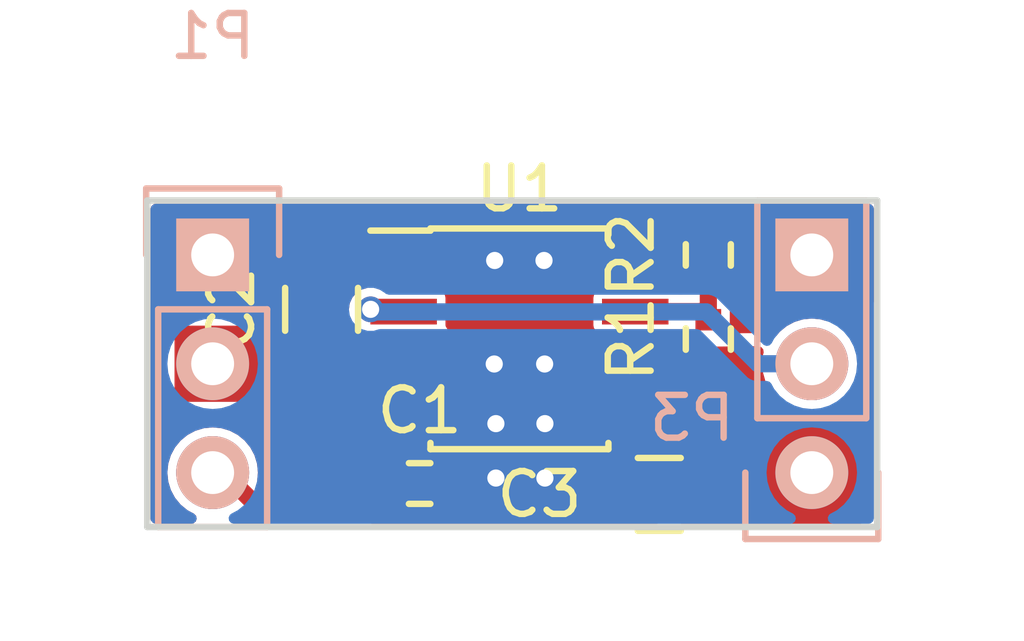
<source format=kicad_pcb>
(kicad_pcb (version 20221018) (generator pcbnew)
  (layers (0 "F.Cu" signal) (31 "B.Cu" signal) (34 "B.Paste" user) (35 "F.Paste" user) (36 "B.SilkS" user "B.Silkscreen") (37 "F.SilkS" user "F.Silkscreen") (38 "B.Mask" user) (39 "F.Mask" user) (44 "Edge.Cuts" user))
  (net 0 "")
  (net 1 "/V5")
  (net 2 "GND")
  (net 3 "/BAT")
  (net 4 "/VOUT")
  (net 5 "/EN")
  (net 6 "Net-(R1-Pad2)")
  (footprint "Capacitors_SMD:C_0402" (layer "F.Cu") (at 141.224 100.711)
    (fp_text reference "C1" (at 0 -1.7) (layer "F.SilkS"))
    (fp_text value "1uF")
    (fp_line (start -0.25 0.475) (end 0.25 0.475) (stroke (width 0.15)) (layer "F.SilkS"))
    (fp_line (start 0.25 -0.475) (end -0.25 -0.475) (stroke (width 0.15)) (layer "F.SilkS"))
    (pad "1" smd rect (at -0.55 0) (size 0.5 0.5) (layers "F.Cu" "F.Paste" "F.Mask") (net 1 "/V5"))
    (pad "2" smd rect (at 0.55 0) (size 0.5 0.5) (layers "F.Cu" "F.Paste" "F.Mask") (net 2 "GND"))
  )
  (footprint "Capacitors_SMD:C_0805" (layer "F.Cu") (at 138.938 96.647 90)
    (fp_text reference "C2" (at 0 -2.1 90) (layer "F.SilkS"))
    (fp_text value "22uF")
    (fp_line (start -0.5 0.85) (end 0.5 0.85) (stroke (width 0.15)) (layer "F.SilkS"))
    (fp_line (start 0.5 -0.85) (end -0.5 -0.85) (stroke (width 0.15)) (layer "F.SilkS"))
    (pad "1" smd rect (at -1 0 90) (size 1 1.25) (layers "F.Cu" "F.Paste" "F.Mask") (net 3 "/BAT"))
    (pad "2" smd rect (at 1 0 90) (size 1 1.25) (layers "F.Cu" "F.Paste" "F.Mask") (net 2 "GND"))
  )
  (footprint "Capacitors_SMD:C_0805" (layer "F.Cu") (at 146.812 100.965 180)
    (fp_text reference "C3" (at 2.794 0 180) (layer "F.SilkS"))
    (fp_text value "22uF")
    (fp_line (start -0.5 0.85) (end 0.5 0.85) (stroke (width 0.15)) (layer "F.SilkS"))
    (fp_line (start 0.5 -0.85) (end -0.5 -0.85) (stroke (width 0.15)) (layer "F.SilkS"))
    (pad "1" smd rect (at -1 0 180) (size 1 1.25) (layers "F.Cu" "F.Paste" "F.Mask") (net 4 "/VOUT"))
    (pad "2" smd rect (at 1 0 180) (size 1 1.25) (layers "F.Cu" "F.Paste" "F.Mask") (net 2 "GND"))
  )
  (footprint "Resistors_SMD:R_0402" (layer "F.Cu") (at 147.955 97.34 90)
    (fp_text reference "R1" (at 0 -1.8 90) (layer "F.SilkS"))
    (fp_text value "102K")
    (fp_line (start -0.25 0.525) (end 0.25 0.525) (stroke (width 0.15)) (layer "F.SilkS"))
    (fp_line (start 0.25 -0.525) (end -0.25 -0.525) (stroke (width 0.15)) (layer "F.SilkS"))
    (pad "1" smd rect (at -0.45 0 90) (size 0.5 0.6) (layers "F.Cu" "F.Paste" "F.Mask") (net 4 "/VOUT"))
    (pad "2" smd rect (at 0.45 0 90) (size 0.5 0.6) (layers "F.Cu" "F.Paste" "F.Mask") (net 6 "Net-(R1-Pad2)"))
  )
  (footprint "Resistors_SMD:R_0402" (layer "F.Cu") (at 147.955 95.377 90)
    (fp_text reference "R2" (at 0 -1.8 90) (layer "F.SilkS"))
    (fp_text value "30.1K")
    (fp_line (start -0.25 0.525) (end 0.25 0.525) (stroke (width 0.15)) (layer "F.SilkS"))
    (fp_line (start 0.25 -0.525) (end -0.25 -0.525) (stroke (width 0.15)) (layer "F.SilkS"))
    (pad "1" smd rect (at -0.45 0 90) (size 0.5 0.6) (layers "F.Cu" "F.Paste" "F.Mask") (net 6 "Net-(R1-Pad2)"))
    (pad "2" smd rect (at 0.45 0 90) (size 0.5 0.6) (layers "F.Cu" "F.Paste" "F.Mask") (net 2 "GND"))
  )
  (footprint "Housings_SOIC:SOIC-8-1EP_3.9x4.9mm_Pitch1.27mm" (layer "F.Cu") (at 143.551095 97.335)
    (fp_text reference "U1" (at 0 -3.5) (layer "F.SilkS"))
    (fp_text value "RT9108A/B")
    (fp_line (start -2.075 -2.575) (end -2.075 -2.525) (stroke (width 0.15)) (layer "F.SilkS"))
    (fp_line (start -2.075 -2.575) (end 2.075 -2.575) (stroke (width 0.15)) (layer "F.SilkS"))
    (fp_line (start -2.075 -2.525) (end -3.475 -2.525) (stroke (width 0.15)) (layer "F.SilkS"))
    (fp_line (start -2.075 2.575) (end -2.075 2.43) (stroke (width 0.15)) (layer "F.SilkS"))
    (fp_line (start -2.075 2.575) (end 2.075 2.575) (stroke (width 0.15)) (layer "F.SilkS"))
    (fp_line (start 2.075 -2.575) (end 2.075 -2.43) (stroke (width 0.15)) (layer "F.SilkS"))
    (fp_line (start 2.075 2.575) (end 2.075 2.43) (stroke (width 0.15)) (layer "F.SilkS"))
    (pad "1" smd rect (at -2.7 -1.905) (size 1.55 0.6) (layers "F.Cu" "F.Paste" "F.Mask"))
    (pad "2" smd rect (at -2.7 -0.635) (size 1.55 0.6) (layers "F.Cu" "F.Paste" "F.Mask") (net 5 "/EN"))
    (pad "3" smd rect (at -2.7 0.635) (size 1.55 0.6) (layers "F.Cu" "F.Paste" "F.Mask") (net 3 "/BAT"))
    (pad "4" smd rect (at -2.7 1.905) (size 1.55 0.6) (layers "F.Cu" "F.Paste" "F.Mask") (net 1 "/V5"))
    (pad "5" smd rect (at 2.7 1.905) (size 1.55 0.6) (layers "F.Cu" "F.Paste" "F.Mask"))
    (pad "6" smd rect (at 2.7 0.635) (size 1.55 0.6) (layers "F.Cu" "F.Paste" "F.Mask") (net 4 "/VOUT"))
    (pad "7" smd rect (at 2.7 -0.635) (size 1.55 0.6) (layers "F.Cu" "F.Paste" "F.Mask") (net 6 "Net-(R1-Pad2)"))
    (pad "8" smd rect (at 2.7 -1.905) (size 1.55 0.6) (layers "F.Cu" "F.Paste" "F.Mask") (net 2 "GND"))
    (pad "9" smd rect (at -0.5875 -0.5875) (size 1.175 1.175) (layers "F.Cu" "F.Paste" "F.Mask") (net 2 "GND"))
    (pad "9" smd rect (at -0.5875 0.5875) (size 1.175 1.175) (layers "F.Cu" "F.Paste" "F.Mask") (net 2 "GND"))
    (pad "9" smd rect (at 0.5875 -0.5875) (size 1.175 1.175) (layers "F.Cu" "F.Paste" "F.Mask") (net 2 "GND"))
    (pad "9" smd rect (at 0.5875 0.5875) (size 1.175 1.175) (layers "F.Cu" "F.Paste" "F.Mask") (net 2 "GND"))
  )
  (footprint "Pin_Headers:Pin_Header_Straight_1x03" (layer "B.Cu") (at 150.368 100.457)
    (fp_text reference "P3" (at -2.794 -1.27) (layer "B.SilkS") (effects (justify mirror)))
    (fp_text value "CONN_01X01")
    (fp_line (start -1.55 0) (end -1.55 1.55) (stroke (width 0.15)) (layer "B.SilkS"))
    (fp_line (start -1.55 1.55) (end 1.55 1.55) (stroke (width 0.15)) (layer "B.SilkS"))
    (fp_line (start -1.27 -6.35) (end 1.27 -6.35) (stroke (width 0.15)) (layer "B.SilkS"))
    (fp_line (start -1.27 -1.27) (end -1.27 -6.35) (stroke (width 0.15)) (layer "B.SilkS"))
    (fp_line (start 1.27 -6.35) (end 1.27 -1.27) (stroke (width 0.15)) (layer "B.SilkS"))
    (fp_line (start 1.27 -1.27) (end -1.27 -1.27) (stroke (width 0.15)) (layer "B.SilkS"))
    (fp_line (start 1.55 1.55) (end 1.55 0) (stroke (width 0.15)) (layer "B.SilkS"))
    (pad "1" thru_hole circle (at 0 0) (size 1.7 1.7) (drill 1) (layers "*.Cu" "*.Mask" "B.SilkS") (net 4 "/VOUT"))
    (pad "2" thru_hole circle (at 0 -2.54) (size 1.7 1.7) (drill 1) (layers "*.Cu" "*.Mask" "B.SilkS") (net 5 "/EN"))
    (pad "3" thru_hole rect (at 0 -5.08) (size 1.7 1.7) (drill 1) (layers "*.Cu" "*.Mask" "B.SilkS") (net 2 "GND"))
  )
  (footprint "Pin_Headers:Pin_Header_Straight_1x03" (layer "B.Cu") (at 136.398 95.377 180)
    (fp_text reference "P1" (at 0 5.1 180) (layer "B.SilkS") (effects (justify mirror)))
    (fp_text value "CONN_01X01")
    (fp_line (start -1.55 0) (end -1.55 1.55) (stroke (width 0.15)) (layer "B.SilkS"))
    (fp_line (start -1.55 1.55) (end 1.55 1.55) (stroke (width 0.15)) (layer "B.SilkS"))
    (fp_line (start -1.27 -6.35) (end 1.27 -6.35) (stroke (width 0.15)) (layer "B.SilkS"))
    (fp_line (start -1.27 -1.27) (end -1.27 -6.35) (stroke (width 0.15)) (layer "B.SilkS"))
    (fp_line (start 1.27 -6.35) (end 1.27 -1.27) (stroke (width 0.15)) (layer "B.SilkS"))
    (fp_line (start 1.27 -1.27) (end -1.27 -1.27) (stroke (width 0.15)) (layer "B.SilkS"))
    (fp_line (start 1.55 1.55) (end 1.55 0) (stroke (width 0.15)) (layer "B.SilkS"))
    (pad "1" thru_hole rect (at 0 0 180) (size 1.7 1.7) (drill 1) (layers "*.Cu" "*.Mask" "B.SilkS") (net 2 "GND"))
    (pad "2" thru_hole oval (at 0 -2.54 180) (size 1.7 1.7) (drill 1) (layers "*.Cu" "*.Mask" "B.SilkS") (net 3 "/BAT"))
    (pad "3" thru_hole oval (at 0 -5.08 180) (size 1.7 1.7) (drill 1) (layers "*.Cu" "*.Mask" "B.SilkS") (net 1 "/V5"))
  )
  (gr_line (start 151.892 94.107) (end 151.892 101.727) (stroke (width 0.15)) (layer "Edge.Cuts"))
  (gr_line (start 151.892 101.727) (end 134.874 101.727) (stroke (width 0.15)) (layer "Edge.Cuts"))
  (gr_line (start 134.874 94.107) (end 151.892 94.107) (stroke (width 0.15)) (layer "Edge.Cuts"))
  (gr_line (start 134.874 101.727) (end 134.874 94.107) (stroke (width 0.15)) (layer "Edge.Cuts"))
  (segment (start 139.539 101.346) (end 140.174 100.711) (width 0.4) (layer "F.Cu") (net 1))
  (segment (start 137.541 101.346) (end 139.539 101.346) (width 0.4) (layer "F.Cu") (net 1))
  (segment (start 140.674 100.711) (end 140.674 99.417095) (width 0.4) (layer "F.Cu") (net 1))
  (segment (start 140.174 100.711) (end 140.674 100.711) (width 0.4) (layer "F.Cu") (net 1))
  (segment (start 136.652 100.457) (end 137.541 101.346) (width 0.4) (layer "F.Cu") (net 1))
  (segment (start 136.398 100.457) (end 136.652 100.457) (width 0.4) (layer "F.Cu") (net 1))
  (segment (start 140.674 99.417095) (end 140.851095 99.24) (width 0.4) (layer "F.Cu") (net 1))
  (segment (start 142.963595 99.275595) (end 143.002 99.314) (width 0.25) (layer "F.Cu") (net 2))
  (segment (start 142.963595 95.517405) (end 142.974 95.507) (width 0.4) (layer "F.Cu") (net 2))
  (segment (start 144.138595 96.7475) (end 144.138595 95.521595) (width 0.4) (layer "F.Cu") (net 2))
  (segment (start 142.963595 97.9225) (end 142.963595 99.275595) (width 0.25) (layer "F.Cu") (net 2))
  (segment (start 142.963595 96.7475) (end 142.963595 95.517405) (width 0.4) (layer "F.Cu") (net 2))
  (segment (start 143.002 99.441) (end 143.002 99.314) (width 0.25) (layer "F.Cu") (net 2))
  (segment (start 144.138595 95.521595) (end 144.124 95.507) (width 0.4) (layer "F.Cu") (net 2))
  (segment (start 143.002 100.584) (end 143.002 99.441) (width 0.25) (layer "F.Cu") (net 2))
  (via (at 143.002 100.584) (size 0.6) (drill 0.4) (layers "F.Cu" "B.Cu") (net 2))
  (via (at 142.974 95.507) (size 0.6) (drill 0.4) (layers "F.Cu" "B.Cu") (net 2))
  (via (at 144.145 99.314) (size 0.6) (drill 0.4) (layers "F.Cu" "B.Cu") (net 2))
  (via (at 142.963595 97.9225) (size 0.6) (drill 0.4) (layers "F.Cu" "B.Cu") (net 2))
  (via (at 144.145 100.584002) (size 0.6) (drill 0.4) (layers "F.Cu" "B.Cu") (net 2))
  (via (at 143.002 99.314) (size 0.6) (drill 0.4) (layers "F.Cu" "B.Cu") (net 2))
  (via (at 144.138595 97.9225) (size 0.6) (drill 0.4) (layers "F.Cu" "B.Cu") (net 2))
  (via (at 144.124 95.507) (size 0.6) (drill 0.4) (layers "F.Cu" "B.Cu") (net 2))
  (segment (start 144.138595 99.307595) (end 144.145 99.314) (width 0.25) (layer "B.Cu") (net 2))
  (segment (start 144.145 99.441) (end 144.145 99.314) (width 0.25) (layer "B.Cu") (net 2))
  (segment (start 144.138595 97.9225) (end 144.138595 99.307595) (width 0.25) (layer "B.Cu") (net 2))
  (segment (start 144.145 100.584002) (end 144.145 99.441) (width 0.25) (layer "B.Cu") (net 2))
  (segment (start 140.505264 96.647) (end 140.081 96.647) (width 0.4) (layer "F.Cu") (net 5))
  (segment (start 140.851095 96.7) (end 140.798095 96.647) (width 0.4) (layer "F.Cu") (net 5))
  (segment (start 140.798095 96.647) (end 140.505264 96.647) (width 0.4) (layer "F.Cu") (net 5))
  (via (at 140.081 96.647) (size 0.6) (drill 0.4) (layers "F.Cu" "B.Cu") (net 5))
  (segment (start 147.908 96.707) (end 149.118 97.917) (width 0.4) (layer "B.Cu") (net 5))
  (segment (start 140.081 96.647) (end 140.141 96.707) (width 0.4) (layer "B.Cu") (net 5))
  (segment (start 140.141 96.707) (end 147.908 96.707) (width 0.4) (layer "B.Cu") (net 5))
  (segment (start 149.118 97.917) (end 150.368 97.917) (width 0.4) (layer "B.Cu") (net 5))
  (segment (start 146.251095 96.7) (end 147.765 96.7) (width 0.4) (layer "F.Cu") (net 6))
  (segment (start 147.955 96.89) (end 147.955 95.827) (width 0.4) (layer "F.Cu") (net 6))
  (segment (start 147.765 96.7) (end 147.955 96.89) (width 0.4) (layer "F.Cu") (net 6))
  (zone (net 2) (net_name "GND") (layer "F.Cu") (connect_pads yes (clearance 0)) (min_thickness 0.254) (fill yes (thermal_gap 0.508) (thermal_bridge_width 0.508))
    (polygon (pts (xy 133.858 92.837) (xy 152.908 92.837) (xy 152.908 102.997) (xy 133.858 102.997)))
  )
  (zone (net 4) (net_name "/VOUT") (layer "F.Cu") (priority 1) (connect_pads yes (clearance 0.3)) (min_thickness 0.254) (fill yes (thermal_gap 0.508) (thermal_bridge_width 0.508))
    (polygon (pts (xy 145.415 97.536) (xy 149.224 97.507) (xy 149.824 96.857) (xy 151.624 96.857) (xy 151.638 101.727) (xy 147.193 101.727) (xy 147.193 98.679) (xy 145.415 98.679)))
  )
  (zone (net 3) (net_name "/BAT") (layer "F.Cu") (priority 1) (connect_pads yes (clearance 0.25)) (min_thickness 0.254) (fill yes (thermal_gap 0.508) (thermal_bridge_width 0.508))
    (polygon (pts (xy 135.509 97.028) (xy 141.732 97.028) (xy 141.732 98.425) (xy 141.732 98.806) (xy 135.509 98.806)))
  )
  (zone (net 2) (net_name "GND") (layer "B.Cu") (connect_pads yes (clearance 0)) (min_thickness 0.254) (fill yes (thermal_gap 0.508) (thermal_bridge_width 0.508))
    (polygon (pts (xy 133.858 92.837) (xy 152.908 92.837) (xy 152.908 102.997) (xy 133.858 102.997)))
  )
)
</source>
